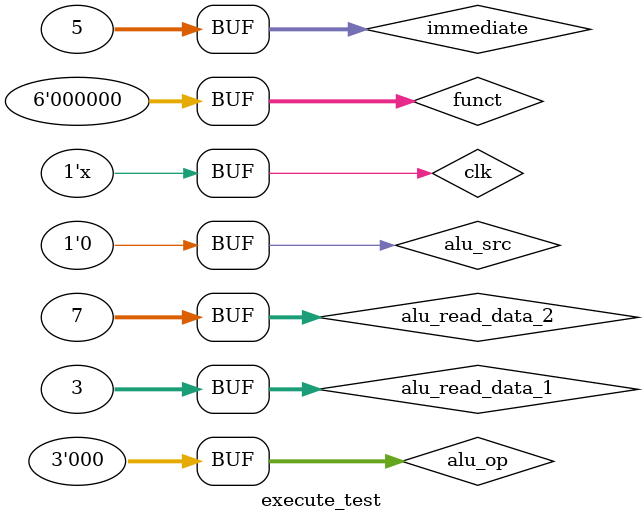
<source format=v>
`timescale 1ns / 1ps


module execute_test;

	// Inputs
	reg clk;
	initial clk = 0;
	always #25 clk = ~clk;
	reg [31:0] alu_read_data_1;
	reg [31:0] alu_read_data_2;
	reg [31:0] immediate;
	reg [5:0] funct;
	reg [2:0] alu_op;
	reg alu_src;

	// Outputs
	wire [31:0] alu_result;
	wire ZERO;

	// Instantiate the Unit Under Test (UUT)
	execute_module uut (
		.clk(clk), 
		.alu_read_data_1(alu_read_data_1), 
		.alu_read_data_2(alu_read_data_2), 
		.immediate(immediate), 
		.funct(funct), 
		.alu_op(alu_op), 
		.alu_src(alu_src), 
		.alu_result(alu_result), 
		.ZERO(ZERO)
	);

	initial begin
		// Initialize Inputs
		alu_read_data_1 = 3;			// 3 + 7 = 10
		alu_read_data_2 = 7;
		immediate = 5;
		funct = 6'b000000;
		alu_op = 3'b000;
		alu_src = 0;

		// Wait 100 ns for global reset to finish
		#50;
		alu_read_data_1 = 3;			// 3 + 5 = 8
		alu_read_data_2 = 7;
		immediate = 5;
		funct = 6'b000000;
		alu_op = 3'b011;
		alu_src = 1;
        
		// Add stimulus here

		#50;
		alu_read_data_1 = 7;       // 7 - 3 = 4
		alu_read_data_2 = 3;
		immediate = 5;
		funct = 6'b000001;
		alu_op = 3'b000;
		alu_src = 0;
		
		#50;
		alu_read_data_1 = 2;       // 2 & 3 = 2
		alu_read_data_2 = 3;
		immediate = 5;
		funct = 6'b000010;
		alu_op = 3'b000;
		alu_src = 0;
		#50;
		alu_read_data_1 = 8;       // 8 | 4 = 12
		alu_read_data_2 = 4;
		immediate = 4;
		funct = 6'b000011;
		alu_op = 3'b000;
		alu_src = 0;
		#50;
		alu_read_data_1 = 2;       // 2 < 3
		alu_read_data_2 = 3;
		immediate = 5;
		funct = 6'b000100;
		alu_op = 3'b000;
		alu_src = 0;
		#50;
		alu_read_data_1 = 1;       // 1 << 3 = 8
		alu_read_data_2 = 1;
		immediate = 32'b00000000000000000000000011000000; // shamt = 3
		funct = 6'b000101;
		alu_op = 3'b000;
		alu_src = 0;
		#50;
		alu_read_data_1 = 7;       // 7 >> 2 = 1
		alu_read_data_2 = 2;
		immediate = 32'b00000000000000000000000010000000;  // shamt = 2
		funct = 6'b000110;
		alu_op = 3'b000;
		alu_src = 0;
		#50
		alu_read_data_1 = 2;			// 2 + 3 = 5
		alu_read_data_2 = 3;
		immediate = 2080;
		funct = 6'b100000;
		alu_op = 3'b000;
		alu_src = 0;
		#50
		alu_read_data_1 = 3;			// 3 + 7 = 10
		alu_read_data_2 = 7;
		immediate = 5;
		funct = 6'b000000;
		alu_op = 3'b000;
		alu_src = 0;

		
		
	end
      
endmodule


</source>
